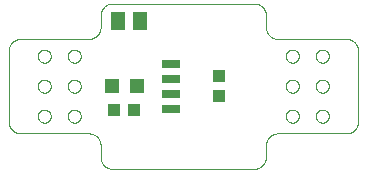
<source format=gtp>
G75*
%MOIN*%
%OFA0B0*%
%FSLAX25Y25*%
%IPPOS*%
%LPD*%
%AMOC8*
5,1,8,0,0,1.08239X$1,22.5*
%
%ADD10C,0.00000*%
%ADD11R,0.03937X0.04331*%
%ADD12R,0.05118X0.05906*%
%ADD13R,0.04724X0.04724*%
%ADD14R,0.04331X0.03937*%
%ADD15R,0.06299X0.02756*%
D10*
X0045791Y0032012D02*
X0045915Y0032010D01*
X0046038Y0032004D01*
X0046162Y0031995D01*
X0046284Y0031981D01*
X0046407Y0031964D01*
X0046529Y0031942D01*
X0046650Y0031917D01*
X0046770Y0031888D01*
X0046889Y0031856D01*
X0047008Y0031819D01*
X0047125Y0031779D01*
X0047240Y0031736D01*
X0047355Y0031688D01*
X0047467Y0031637D01*
X0047578Y0031583D01*
X0047688Y0031525D01*
X0047795Y0031464D01*
X0047901Y0031399D01*
X0048004Y0031331D01*
X0048105Y0031260D01*
X0048204Y0031186D01*
X0048301Y0031109D01*
X0048395Y0031028D01*
X0048486Y0030945D01*
X0048575Y0030859D01*
X0048661Y0030770D01*
X0048744Y0030679D01*
X0048825Y0030585D01*
X0048902Y0030488D01*
X0048976Y0030389D01*
X0049047Y0030288D01*
X0049115Y0030185D01*
X0049180Y0030079D01*
X0049241Y0029972D01*
X0049299Y0029862D01*
X0049353Y0029751D01*
X0049404Y0029639D01*
X0049452Y0029524D01*
X0049495Y0029409D01*
X0049535Y0029292D01*
X0049572Y0029173D01*
X0049604Y0029054D01*
X0049633Y0028934D01*
X0049658Y0028813D01*
X0049680Y0028691D01*
X0049697Y0028568D01*
X0049711Y0028446D01*
X0049720Y0028322D01*
X0049726Y0028199D01*
X0049728Y0028075D01*
X0049728Y0024138D01*
X0049730Y0024014D01*
X0049736Y0023891D01*
X0049745Y0023767D01*
X0049759Y0023645D01*
X0049776Y0023522D01*
X0049798Y0023400D01*
X0049823Y0023279D01*
X0049852Y0023159D01*
X0049884Y0023040D01*
X0049921Y0022921D01*
X0049961Y0022804D01*
X0050004Y0022689D01*
X0050052Y0022574D01*
X0050103Y0022462D01*
X0050157Y0022351D01*
X0050215Y0022241D01*
X0050276Y0022134D01*
X0050341Y0022028D01*
X0050409Y0021925D01*
X0050480Y0021824D01*
X0050554Y0021725D01*
X0050631Y0021628D01*
X0050712Y0021534D01*
X0050795Y0021443D01*
X0050881Y0021354D01*
X0050970Y0021268D01*
X0051061Y0021185D01*
X0051155Y0021104D01*
X0051252Y0021027D01*
X0051351Y0020953D01*
X0051452Y0020882D01*
X0051555Y0020814D01*
X0051661Y0020749D01*
X0051768Y0020688D01*
X0051878Y0020630D01*
X0051989Y0020576D01*
X0052101Y0020525D01*
X0052216Y0020477D01*
X0052331Y0020434D01*
X0052448Y0020394D01*
X0052567Y0020357D01*
X0052686Y0020325D01*
X0052806Y0020296D01*
X0052927Y0020271D01*
X0053049Y0020249D01*
X0053172Y0020232D01*
X0053294Y0020218D01*
X0053418Y0020209D01*
X0053541Y0020203D01*
X0053665Y0020201D01*
X0100909Y0020201D01*
X0101033Y0020203D01*
X0101156Y0020209D01*
X0101280Y0020218D01*
X0101402Y0020232D01*
X0101525Y0020249D01*
X0101647Y0020271D01*
X0101768Y0020296D01*
X0101888Y0020325D01*
X0102007Y0020357D01*
X0102126Y0020394D01*
X0102243Y0020434D01*
X0102358Y0020477D01*
X0102473Y0020525D01*
X0102585Y0020576D01*
X0102696Y0020630D01*
X0102806Y0020688D01*
X0102913Y0020749D01*
X0103019Y0020814D01*
X0103122Y0020882D01*
X0103223Y0020953D01*
X0103322Y0021027D01*
X0103419Y0021104D01*
X0103513Y0021185D01*
X0103604Y0021268D01*
X0103693Y0021354D01*
X0103779Y0021443D01*
X0103862Y0021534D01*
X0103943Y0021628D01*
X0104020Y0021725D01*
X0104094Y0021824D01*
X0104165Y0021925D01*
X0104233Y0022028D01*
X0104298Y0022134D01*
X0104359Y0022241D01*
X0104417Y0022351D01*
X0104471Y0022462D01*
X0104522Y0022574D01*
X0104570Y0022689D01*
X0104613Y0022804D01*
X0104653Y0022921D01*
X0104690Y0023040D01*
X0104722Y0023159D01*
X0104751Y0023279D01*
X0104776Y0023400D01*
X0104798Y0023522D01*
X0104815Y0023645D01*
X0104829Y0023767D01*
X0104838Y0023891D01*
X0104844Y0024014D01*
X0104846Y0024138D01*
X0104846Y0028075D01*
X0104848Y0028199D01*
X0104854Y0028322D01*
X0104863Y0028446D01*
X0104877Y0028568D01*
X0104894Y0028691D01*
X0104916Y0028813D01*
X0104941Y0028934D01*
X0104970Y0029054D01*
X0105002Y0029173D01*
X0105039Y0029292D01*
X0105079Y0029409D01*
X0105122Y0029524D01*
X0105170Y0029639D01*
X0105221Y0029751D01*
X0105275Y0029862D01*
X0105333Y0029972D01*
X0105394Y0030079D01*
X0105459Y0030185D01*
X0105527Y0030288D01*
X0105598Y0030389D01*
X0105672Y0030488D01*
X0105749Y0030585D01*
X0105830Y0030679D01*
X0105913Y0030770D01*
X0105999Y0030859D01*
X0106088Y0030945D01*
X0106179Y0031028D01*
X0106273Y0031109D01*
X0106370Y0031186D01*
X0106469Y0031260D01*
X0106570Y0031331D01*
X0106673Y0031399D01*
X0106779Y0031464D01*
X0106886Y0031525D01*
X0106996Y0031583D01*
X0107107Y0031637D01*
X0107219Y0031688D01*
X0107334Y0031736D01*
X0107449Y0031779D01*
X0107566Y0031819D01*
X0107685Y0031856D01*
X0107804Y0031888D01*
X0107924Y0031917D01*
X0108045Y0031942D01*
X0108167Y0031964D01*
X0108290Y0031981D01*
X0108412Y0031995D01*
X0108536Y0032004D01*
X0108659Y0032010D01*
X0108783Y0032012D01*
X0131618Y0032012D01*
X0131742Y0032014D01*
X0131865Y0032020D01*
X0131989Y0032029D01*
X0132111Y0032043D01*
X0132234Y0032060D01*
X0132356Y0032082D01*
X0132477Y0032107D01*
X0132597Y0032136D01*
X0132716Y0032168D01*
X0132835Y0032205D01*
X0132952Y0032245D01*
X0133067Y0032288D01*
X0133182Y0032336D01*
X0133294Y0032387D01*
X0133405Y0032441D01*
X0133515Y0032499D01*
X0133622Y0032560D01*
X0133728Y0032625D01*
X0133831Y0032693D01*
X0133932Y0032764D01*
X0134031Y0032838D01*
X0134128Y0032915D01*
X0134222Y0032996D01*
X0134313Y0033079D01*
X0134402Y0033165D01*
X0134488Y0033254D01*
X0134571Y0033345D01*
X0134652Y0033439D01*
X0134729Y0033536D01*
X0134803Y0033635D01*
X0134874Y0033736D01*
X0134942Y0033839D01*
X0135007Y0033945D01*
X0135068Y0034052D01*
X0135126Y0034162D01*
X0135180Y0034273D01*
X0135231Y0034385D01*
X0135279Y0034500D01*
X0135322Y0034615D01*
X0135362Y0034732D01*
X0135399Y0034851D01*
X0135431Y0034970D01*
X0135460Y0035090D01*
X0135485Y0035211D01*
X0135507Y0035333D01*
X0135524Y0035456D01*
X0135538Y0035578D01*
X0135547Y0035702D01*
X0135553Y0035825D01*
X0135555Y0035949D01*
X0135555Y0059571D01*
X0135553Y0059695D01*
X0135547Y0059818D01*
X0135538Y0059942D01*
X0135524Y0060064D01*
X0135507Y0060187D01*
X0135485Y0060309D01*
X0135460Y0060430D01*
X0135431Y0060550D01*
X0135399Y0060669D01*
X0135362Y0060788D01*
X0135322Y0060905D01*
X0135279Y0061020D01*
X0135231Y0061135D01*
X0135180Y0061247D01*
X0135126Y0061358D01*
X0135068Y0061468D01*
X0135007Y0061575D01*
X0134942Y0061681D01*
X0134874Y0061784D01*
X0134803Y0061885D01*
X0134729Y0061984D01*
X0134652Y0062081D01*
X0134571Y0062175D01*
X0134488Y0062266D01*
X0134402Y0062355D01*
X0134313Y0062441D01*
X0134222Y0062524D01*
X0134128Y0062605D01*
X0134031Y0062682D01*
X0133932Y0062756D01*
X0133831Y0062827D01*
X0133728Y0062895D01*
X0133622Y0062960D01*
X0133515Y0063021D01*
X0133405Y0063079D01*
X0133294Y0063133D01*
X0133182Y0063184D01*
X0133067Y0063232D01*
X0132952Y0063275D01*
X0132835Y0063315D01*
X0132716Y0063352D01*
X0132597Y0063384D01*
X0132477Y0063413D01*
X0132356Y0063438D01*
X0132234Y0063460D01*
X0132111Y0063477D01*
X0131989Y0063491D01*
X0131865Y0063500D01*
X0131742Y0063506D01*
X0131618Y0063508D01*
X0108783Y0063508D01*
X0108659Y0063510D01*
X0108536Y0063516D01*
X0108412Y0063525D01*
X0108290Y0063539D01*
X0108167Y0063556D01*
X0108045Y0063578D01*
X0107924Y0063603D01*
X0107804Y0063632D01*
X0107685Y0063664D01*
X0107566Y0063701D01*
X0107449Y0063741D01*
X0107334Y0063784D01*
X0107219Y0063832D01*
X0107107Y0063883D01*
X0106996Y0063937D01*
X0106886Y0063995D01*
X0106779Y0064056D01*
X0106673Y0064121D01*
X0106570Y0064189D01*
X0106469Y0064260D01*
X0106370Y0064334D01*
X0106273Y0064411D01*
X0106179Y0064492D01*
X0106088Y0064575D01*
X0105999Y0064661D01*
X0105913Y0064750D01*
X0105830Y0064841D01*
X0105749Y0064935D01*
X0105672Y0065032D01*
X0105598Y0065131D01*
X0105527Y0065232D01*
X0105459Y0065335D01*
X0105394Y0065441D01*
X0105333Y0065548D01*
X0105275Y0065658D01*
X0105221Y0065769D01*
X0105170Y0065881D01*
X0105122Y0065996D01*
X0105079Y0066111D01*
X0105039Y0066228D01*
X0105002Y0066347D01*
X0104970Y0066466D01*
X0104941Y0066586D01*
X0104916Y0066707D01*
X0104894Y0066829D01*
X0104877Y0066952D01*
X0104863Y0067074D01*
X0104854Y0067198D01*
X0104848Y0067321D01*
X0104846Y0067445D01*
X0104846Y0071382D01*
X0104844Y0071506D01*
X0104838Y0071629D01*
X0104829Y0071753D01*
X0104815Y0071875D01*
X0104798Y0071998D01*
X0104776Y0072120D01*
X0104751Y0072241D01*
X0104722Y0072361D01*
X0104690Y0072480D01*
X0104653Y0072599D01*
X0104613Y0072716D01*
X0104570Y0072831D01*
X0104522Y0072946D01*
X0104471Y0073058D01*
X0104417Y0073169D01*
X0104359Y0073279D01*
X0104298Y0073386D01*
X0104233Y0073492D01*
X0104165Y0073595D01*
X0104094Y0073696D01*
X0104020Y0073795D01*
X0103943Y0073892D01*
X0103862Y0073986D01*
X0103779Y0074077D01*
X0103693Y0074166D01*
X0103604Y0074252D01*
X0103513Y0074335D01*
X0103419Y0074416D01*
X0103322Y0074493D01*
X0103223Y0074567D01*
X0103122Y0074638D01*
X0103019Y0074706D01*
X0102913Y0074771D01*
X0102806Y0074832D01*
X0102696Y0074890D01*
X0102585Y0074944D01*
X0102473Y0074995D01*
X0102358Y0075043D01*
X0102243Y0075086D01*
X0102126Y0075126D01*
X0102007Y0075163D01*
X0101888Y0075195D01*
X0101768Y0075224D01*
X0101647Y0075249D01*
X0101525Y0075271D01*
X0101402Y0075288D01*
X0101280Y0075302D01*
X0101156Y0075311D01*
X0101033Y0075317D01*
X0100909Y0075319D01*
X0053665Y0075319D01*
X0053541Y0075317D01*
X0053418Y0075311D01*
X0053294Y0075302D01*
X0053172Y0075288D01*
X0053049Y0075271D01*
X0052927Y0075249D01*
X0052806Y0075224D01*
X0052686Y0075195D01*
X0052567Y0075163D01*
X0052448Y0075126D01*
X0052331Y0075086D01*
X0052216Y0075043D01*
X0052101Y0074995D01*
X0051989Y0074944D01*
X0051878Y0074890D01*
X0051768Y0074832D01*
X0051661Y0074771D01*
X0051555Y0074706D01*
X0051452Y0074638D01*
X0051351Y0074567D01*
X0051252Y0074493D01*
X0051155Y0074416D01*
X0051061Y0074335D01*
X0050970Y0074252D01*
X0050881Y0074166D01*
X0050795Y0074077D01*
X0050712Y0073986D01*
X0050631Y0073892D01*
X0050554Y0073795D01*
X0050480Y0073696D01*
X0050409Y0073595D01*
X0050341Y0073492D01*
X0050276Y0073386D01*
X0050215Y0073279D01*
X0050157Y0073169D01*
X0050103Y0073058D01*
X0050052Y0072946D01*
X0050004Y0072831D01*
X0049961Y0072716D01*
X0049921Y0072599D01*
X0049884Y0072480D01*
X0049852Y0072361D01*
X0049823Y0072241D01*
X0049798Y0072120D01*
X0049776Y0071998D01*
X0049759Y0071875D01*
X0049745Y0071753D01*
X0049736Y0071629D01*
X0049730Y0071506D01*
X0049728Y0071382D01*
X0049728Y0067445D01*
X0049726Y0067321D01*
X0049720Y0067198D01*
X0049711Y0067074D01*
X0049697Y0066952D01*
X0049680Y0066829D01*
X0049658Y0066707D01*
X0049633Y0066586D01*
X0049604Y0066466D01*
X0049572Y0066347D01*
X0049535Y0066228D01*
X0049495Y0066111D01*
X0049452Y0065996D01*
X0049404Y0065881D01*
X0049353Y0065769D01*
X0049299Y0065658D01*
X0049241Y0065548D01*
X0049180Y0065441D01*
X0049115Y0065335D01*
X0049047Y0065232D01*
X0048976Y0065131D01*
X0048902Y0065032D01*
X0048825Y0064935D01*
X0048744Y0064841D01*
X0048661Y0064750D01*
X0048575Y0064661D01*
X0048486Y0064575D01*
X0048395Y0064492D01*
X0048301Y0064411D01*
X0048204Y0064334D01*
X0048105Y0064260D01*
X0048004Y0064189D01*
X0047901Y0064121D01*
X0047795Y0064056D01*
X0047688Y0063995D01*
X0047578Y0063937D01*
X0047467Y0063883D01*
X0047355Y0063832D01*
X0047240Y0063784D01*
X0047125Y0063741D01*
X0047008Y0063701D01*
X0046889Y0063664D01*
X0046770Y0063632D01*
X0046650Y0063603D01*
X0046529Y0063578D01*
X0046407Y0063556D01*
X0046284Y0063539D01*
X0046162Y0063525D01*
X0046038Y0063516D01*
X0045915Y0063510D01*
X0045791Y0063508D01*
X0023055Y0063508D01*
X0022931Y0063506D01*
X0022808Y0063500D01*
X0022684Y0063491D01*
X0022562Y0063477D01*
X0022439Y0063460D01*
X0022317Y0063438D01*
X0022196Y0063413D01*
X0022076Y0063384D01*
X0021957Y0063352D01*
X0021838Y0063315D01*
X0021721Y0063275D01*
X0021606Y0063232D01*
X0021491Y0063184D01*
X0021379Y0063133D01*
X0021268Y0063079D01*
X0021158Y0063021D01*
X0021051Y0062960D01*
X0020945Y0062895D01*
X0020842Y0062827D01*
X0020741Y0062756D01*
X0020642Y0062682D01*
X0020545Y0062605D01*
X0020451Y0062524D01*
X0020360Y0062441D01*
X0020271Y0062355D01*
X0020185Y0062266D01*
X0020102Y0062175D01*
X0020021Y0062081D01*
X0019944Y0061984D01*
X0019870Y0061885D01*
X0019799Y0061784D01*
X0019731Y0061681D01*
X0019666Y0061575D01*
X0019605Y0061468D01*
X0019547Y0061358D01*
X0019493Y0061247D01*
X0019442Y0061135D01*
X0019394Y0061020D01*
X0019351Y0060905D01*
X0019311Y0060788D01*
X0019274Y0060669D01*
X0019242Y0060550D01*
X0019213Y0060430D01*
X0019188Y0060309D01*
X0019166Y0060187D01*
X0019149Y0060064D01*
X0019135Y0059942D01*
X0019126Y0059818D01*
X0019120Y0059695D01*
X0019118Y0059571D01*
X0019118Y0035949D01*
X0019120Y0035825D01*
X0019126Y0035702D01*
X0019135Y0035578D01*
X0019149Y0035456D01*
X0019166Y0035333D01*
X0019188Y0035211D01*
X0019213Y0035090D01*
X0019242Y0034970D01*
X0019274Y0034851D01*
X0019311Y0034732D01*
X0019351Y0034615D01*
X0019394Y0034500D01*
X0019442Y0034385D01*
X0019493Y0034273D01*
X0019547Y0034162D01*
X0019605Y0034052D01*
X0019666Y0033945D01*
X0019731Y0033839D01*
X0019799Y0033736D01*
X0019870Y0033635D01*
X0019944Y0033536D01*
X0020021Y0033439D01*
X0020102Y0033345D01*
X0020185Y0033254D01*
X0020271Y0033165D01*
X0020360Y0033079D01*
X0020451Y0032996D01*
X0020545Y0032915D01*
X0020642Y0032838D01*
X0020741Y0032764D01*
X0020842Y0032693D01*
X0020945Y0032625D01*
X0021051Y0032560D01*
X0021158Y0032499D01*
X0021268Y0032441D01*
X0021379Y0032387D01*
X0021491Y0032336D01*
X0021606Y0032288D01*
X0021721Y0032245D01*
X0021838Y0032205D01*
X0021957Y0032168D01*
X0022076Y0032136D01*
X0022196Y0032107D01*
X0022317Y0032082D01*
X0022439Y0032060D01*
X0022562Y0032043D01*
X0022684Y0032029D01*
X0022808Y0032020D01*
X0022931Y0032014D01*
X0023055Y0032012D01*
X0045791Y0032012D01*
X0038784Y0037760D02*
X0038786Y0037853D01*
X0038792Y0037945D01*
X0038802Y0038037D01*
X0038816Y0038128D01*
X0038833Y0038219D01*
X0038855Y0038309D01*
X0038880Y0038398D01*
X0038909Y0038486D01*
X0038942Y0038572D01*
X0038979Y0038657D01*
X0039019Y0038741D01*
X0039063Y0038822D01*
X0039110Y0038902D01*
X0039160Y0038980D01*
X0039214Y0039055D01*
X0039271Y0039128D01*
X0039331Y0039198D01*
X0039394Y0039266D01*
X0039460Y0039331D01*
X0039528Y0039393D01*
X0039599Y0039453D01*
X0039673Y0039509D01*
X0039749Y0039562D01*
X0039827Y0039611D01*
X0039907Y0039658D01*
X0039989Y0039700D01*
X0040073Y0039740D01*
X0040158Y0039775D01*
X0040245Y0039807D01*
X0040333Y0039836D01*
X0040422Y0039860D01*
X0040512Y0039881D01*
X0040603Y0039897D01*
X0040695Y0039910D01*
X0040787Y0039919D01*
X0040880Y0039924D01*
X0040972Y0039925D01*
X0041065Y0039922D01*
X0041157Y0039915D01*
X0041249Y0039904D01*
X0041340Y0039889D01*
X0041431Y0039871D01*
X0041521Y0039848D01*
X0041609Y0039822D01*
X0041697Y0039792D01*
X0041783Y0039758D01*
X0041867Y0039721D01*
X0041950Y0039679D01*
X0042031Y0039635D01*
X0042111Y0039587D01*
X0042188Y0039536D01*
X0042262Y0039481D01*
X0042335Y0039423D01*
X0042405Y0039363D01*
X0042472Y0039299D01*
X0042536Y0039233D01*
X0042598Y0039163D01*
X0042656Y0039092D01*
X0042711Y0039018D01*
X0042763Y0038941D01*
X0042812Y0038862D01*
X0042858Y0038782D01*
X0042900Y0038699D01*
X0042938Y0038615D01*
X0042973Y0038529D01*
X0043004Y0038442D01*
X0043031Y0038354D01*
X0043054Y0038264D01*
X0043074Y0038174D01*
X0043090Y0038083D01*
X0043102Y0037991D01*
X0043110Y0037899D01*
X0043114Y0037806D01*
X0043114Y0037714D01*
X0043110Y0037621D01*
X0043102Y0037529D01*
X0043090Y0037437D01*
X0043074Y0037346D01*
X0043054Y0037256D01*
X0043031Y0037166D01*
X0043004Y0037078D01*
X0042973Y0036991D01*
X0042938Y0036905D01*
X0042900Y0036821D01*
X0042858Y0036738D01*
X0042812Y0036658D01*
X0042763Y0036579D01*
X0042711Y0036502D01*
X0042656Y0036428D01*
X0042598Y0036357D01*
X0042536Y0036287D01*
X0042472Y0036221D01*
X0042405Y0036157D01*
X0042335Y0036097D01*
X0042262Y0036039D01*
X0042188Y0035984D01*
X0042111Y0035933D01*
X0042032Y0035885D01*
X0041950Y0035841D01*
X0041867Y0035799D01*
X0041783Y0035762D01*
X0041697Y0035728D01*
X0041609Y0035698D01*
X0041521Y0035672D01*
X0041431Y0035649D01*
X0041340Y0035631D01*
X0041249Y0035616D01*
X0041157Y0035605D01*
X0041065Y0035598D01*
X0040972Y0035595D01*
X0040880Y0035596D01*
X0040787Y0035601D01*
X0040695Y0035610D01*
X0040603Y0035623D01*
X0040512Y0035639D01*
X0040422Y0035660D01*
X0040333Y0035684D01*
X0040245Y0035713D01*
X0040158Y0035745D01*
X0040073Y0035780D01*
X0039989Y0035820D01*
X0039907Y0035862D01*
X0039827Y0035909D01*
X0039749Y0035958D01*
X0039673Y0036011D01*
X0039599Y0036067D01*
X0039528Y0036127D01*
X0039460Y0036189D01*
X0039394Y0036254D01*
X0039331Y0036322D01*
X0039271Y0036392D01*
X0039214Y0036465D01*
X0039160Y0036540D01*
X0039110Y0036618D01*
X0039063Y0036698D01*
X0039019Y0036779D01*
X0038979Y0036863D01*
X0038942Y0036948D01*
X0038909Y0037034D01*
X0038880Y0037122D01*
X0038855Y0037211D01*
X0038833Y0037301D01*
X0038816Y0037392D01*
X0038802Y0037483D01*
X0038792Y0037575D01*
X0038786Y0037667D01*
X0038784Y0037760D01*
X0028784Y0037760D02*
X0028786Y0037853D01*
X0028792Y0037945D01*
X0028802Y0038037D01*
X0028816Y0038128D01*
X0028833Y0038219D01*
X0028855Y0038309D01*
X0028880Y0038398D01*
X0028909Y0038486D01*
X0028942Y0038572D01*
X0028979Y0038657D01*
X0029019Y0038741D01*
X0029063Y0038822D01*
X0029110Y0038902D01*
X0029160Y0038980D01*
X0029214Y0039055D01*
X0029271Y0039128D01*
X0029331Y0039198D01*
X0029394Y0039266D01*
X0029460Y0039331D01*
X0029528Y0039393D01*
X0029599Y0039453D01*
X0029673Y0039509D01*
X0029749Y0039562D01*
X0029827Y0039611D01*
X0029907Y0039658D01*
X0029989Y0039700D01*
X0030073Y0039740D01*
X0030158Y0039775D01*
X0030245Y0039807D01*
X0030333Y0039836D01*
X0030422Y0039860D01*
X0030512Y0039881D01*
X0030603Y0039897D01*
X0030695Y0039910D01*
X0030787Y0039919D01*
X0030880Y0039924D01*
X0030972Y0039925D01*
X0031065Y0039922D01*
X0031157Y0039915D01*
X0031249Y0039904D01*
X0031340Y0039889D01*
X0031431Y0039871D01*
X0031521Y0039848D01*
X0031609Y0039822D01*
X0031697Y0039792D01*
X0031783Y0039758D01*
X0031867Y0039721D01*
X0031950Y0039679D01*
X0032031Y0039635D01*
X0032111Y0039587D01*
X0032188Y0039536D01*
X0032262Y0039481D01*
X0032335Y0039423D01*
X0032405Y0039363D01*
X0032472Y0039299D01*
X0032536Y0039233D01*
X0032598Y0039163D01*
X0032656Y0039092D01*
X0032711Y0039018D01*
X0032763Y0038941D01*
X0032812Y0038862D01*
X0032858Y0038782D01*
X0032900Y0038699D01*
X0032938Y0038615D01*
X0032973Y0038529D01*
X0033004Y0038442D01*
X0033031Y0038354D01*
X0033054Y0038264D01*
X0033074Y0038174D01*
X0033090Y0038083D01*
X0033102Y0037991D01*
X0033110Y0037899D01*
X0033114Y0037806D01*
X0033114Y0037714D01*
X0033110Y0037621D01*
X0033102Y0037529D01*
X0033090Y0037437D01*
X0033074Y0037346D01*
X0033054Y0037256D01*
X0033031Y0037166D01*
X0033004Y0037078D01*
X0032973Y0036991D01*
X0032938Y0036905D01*
X0032900Y0036821D01*
X0032858Y0036738D01*
X0032812Y0036658D01*
X0032763Y0036579D01*
X0032711Y0036502D01*
X0032656Y0036428D01*
X0032598Y0036357D01*
X0032536Y0036287D01*
X0032472Y0036221D01*
X0032405Y0036157D01*
X0032335Y0036097D01*
X0032262Y0036039D01*
X0032188Y0035984D01*
X0032111Y0035933D01*
X0032032Y0035885D01*
X0031950Y0035841D01*
X0031867Y0035799D01*
X0031783Y0035762D01*
X0031697Y0035728D01*
X0031609Y0035698D01*
X0031521Y0035672D01*
X0031431Y0035649D01*
X0031340Y0035631D01*
X0031249Y0035616D01*
X0031157Y0035605D01*
X0031065Y0035598D01*
X0030972Y0035595D01*
X0030880Y0035596D01*
X0030787Y0035601D01*
X0030695Y0035610D01*
X0030603Y0035623D01*
X0030512Y0035639D01*
X0030422Y0035660D01*
X0030333Y0035684D01*
X0030245Y0035713D01*
X0030158Y0035745D01*
X0030073Y0035780D01*
X0029989Y0035820D01*
X0029907Y0035862D01*
X0029827Y0035909D01*
X0029749Y0035958D01*
X0029673Y0036011D01*
X0029599Y0036067D01*
X0029528Y0036127D01*
X0029460Y0036189D01*
X0029394Y0036254D01*
X0029331Y0036322D01*
X0029271Y0036392D01*
X0029214Y0036465D01*
X0029160Y0036540D01*
X0029110Y0036618D01*
X0029063Y0036698D01*
X0029019Y0036779D01*
X0028979Y0036863D01*
X0028942Y0036948D01*
X0028909Y0037034D01*
X0028880Y0037122D01*
X0028855Y0037211D01*
X0028833Y0037301D01*
X0028816Y0037392D01*
X0028802Y0037483D01*
X0028792Y0037575D01*
X0028786Y0037667D01*
X0028784Y0037760D01*
X0028784Y0047760D02*
X0028786Y0047853D01*
X0028792Y0047945D01*
X0028802Y0048037D01*
X0028816Y0048128D01*
X0028833Y0048219D01*
X0028855Y0048309D01*
X0028880Y0048398D01*
X0028909Y0048486D01*
X0028942Y0048572D01*
X0028979Y0048657D01*
X0029019Y0048741D01*
X0029063Y0048822D01*
X0029110Y0048902D01*
X0029160Y0048980D01*
X0029214Y0049055D01*
X0029271Y0049128D01*
X0029331Y0049198D01*
X0029394Y0049266D01*
X0029460Y0049331D01*
X0029528Y0049393D01*
X0029599Y0049453D01*
X0029673Y0049509D01*
X0029749Y0049562D01*
X0029827Y0049611D01*
X0029907Y0049658D01*
X0029989Y0049700D01*
X0030073Y0049740D01*
X0030158Y0049775D01*
X0030245Y0049807D01*
X0030333Y0049836D01*
X0030422Y0049860D01*
X0030512Y0049881D01*
X0030603Y0049897D01*
X0030695Y0049910D01*
X0030787Y0049919D01*
X0030880Y0049924D01*
X0030972Y0049925D01*
X0031065Y0049922D01*
X0031157Y0049915D01*
X0031249Y0049904D01*
X0031340Y0049889D01*
X0031431Y0049871D01*
X0031521Y0049848D01*
X0031609Y0049822D01*
X0031697Y0049792D01*
X0031783Y0049758D01*
X0031867Y0049721D01*
X0031950Y0049679D01*
X0032031Y0049635D01*
X0032111Y0049587D01*
X0032188Y0049536D01*
X0032262Y0049481D01*
X0032335Y0049423D01*
X0032405Y0049363D01*
X0032472Y0049299D01*
X0032536Y0049233D01*
X0032598Y0049163D01*
X0032656Y0049092D01*
X0032711Y0049018D01*
X0032763Y0048941D01*
X0032812Y0048862D01*
X0032858Y0048782D01*
X0032900Y0048699D01*
X0032938Y0048615D01*
X0032973Y0048529D01*
X0033004Y0048442D01*
X0033031Y0048354D01*
X0033054Y0048264D01*
X0033074Y0048174D01*
X0033090Y0048083D01*
X0033102Y0047991D01*
X0033110Y0047899D01*
X0033114Y0047806D01*
X0033114Y0047714D01*
X0033110Y0047621D01*
X0033102Y0047529D01*
X0033090Y0047437D01*
X0033074Y0047346D01*
X0033054Y0047256D01*
X0033031Y0047166D01*
X0033004Y0047078D01*
X0032973Y0046991D01*
X0032938Y0046905D01*
X0032900Y0046821D01*
X0032858Y0046738D01*
X0032812Y0046658D01*
X0032763Y0046579D01*
X0032711Y0046502D01*
X0032656Y0046428D01*
X0032598Y0046357D01*
X0032536Y0046287D01*
X0032472Y0046221D01*
X0032405Y0046157D01*
X0032335Y0046097D01*
X0032262Y0046039D01*
X0032188Y0045984D01*
X0032111Y0045933D01*
X0032032Y0045885D01*
X0031950Y0045841D01*
X0031867Y0045799D01*
X0031783Y0045762D01*
X0031697Y0045728D01*
X0031609Y0045698D01*
X0031521Y0045672D01*
X0031431Y0045649D01*
X0031340Y0045631D01*
X0031249Y0045616D01*
X0031157Y0045605D01*
X0031065Y0045598D01*
X0030972Y0045595D01*
X0030880Y0045596D01*
X0030787Y0045601D01*
X0030695Y0045610D01*
X0030603Y0045623D01*
X0030512Y0045639D01*
X0030422Y0045660D01*
X0030333Y0045684D01*
X0030245Y0045713D01*
X0030158Y0045745D01*
X0030073Y0045780D01*
X0029989Y0045820D01*
X0029907Y0045862D01*
X0029827Y0045909D01*
X0029749Y0045958D01*
X0029673Y0046011D01*
X0029599Y0046067D01*
X0029528Y0046127D01*
X0029460Y0046189D01*
X0029394Y0046254D01*
X0029331Y0046322D01*
X0029271Y0046392D01*
X0029214Y0046465D01*
X0029160Y0046540D01*
X0029110Y0046618D01*
X0029063Y0046698D01*
X0029019Y0046779D01*
X0028979Y0046863D01*
X0028942Y0046948D01*
X0028909Y0047034D01*
X0028880Y0047122D01*
X0028855Y0047211D01*
X0028833Y0047301D01*
X0028816Y0047392D01*
X0028802Y0047483D01*
X0028792Y0047575D01*
X0028786Y0047667D01*
X0028784Y0047760D01*
X0038784Y0047760D02*
X0038786Y0047853D01*
X0038792Y0047945D01*
X0038802Y0048037D01*
X0038816Y0048128D01*
X0038833Y0048219D01*
X0038855Y0048309D01*
X0038880Y0048398D01*
X0038909Y0048486D01*
X0038942Y0048572D01*
X0038979Y0048657D01*
X0039019Y0048741D01*
X0039063Y0048822D01*
X0039110Y0048902D01*
X0039160Y0048980D01*
X0039214Y0049055D01*
X0039271Y0049128D01*
X0039331Y0049198D01*
X0039394Y0049266D01*
X0039460Y0049331D01*
X0039528Y0049393D01*
X0039599Y0049453D01*
X0039673Y0049509D01*
X0039749Y0049562D01*
X0039827Y0049611D01*
X0039907Y0049658D01*
X0039989Y0049700D01*
X0040073Y0049740D01*
X0040158Y0049775D01*
X0040245Y0049807D01*
X0040333Y0049836D01*
X0040422Y0049860D01*
X0040512Y0049881D01*
X0040603Y0049897D01*
X0040695Y0049910D01*
X0040787Y0049919D01*
X0040880Y0049924D01*
X0040972Y0049925D01*
X0041065Y0049922D01*
X0041157Y0049915D01*
X0041249Y0049904D01*
X0041340Y0049889D01*
X0041431Y0049871D01*
X0041521Y0049848D01*
X0041609Y0049822D01*
X0041697Y0049792D01*
X0041783Y0049758D01*
X0041867Y0049721D01*
X0041950Y0049679D01*
X0042031Y0049635D01*
X0042111Y0049587D01*
X0042188Y0049536D01*
X0042262Y0049481D01*
X0042335Y0049423D01*
X0042405Y0049363D01*
X0042472Y0049299D01*
X0042536Y0049233D01*
X0042598Y0049163D01*
X0042656Y0049092D01*
X0042711Y0049018D01*
X0042763Y0048941D01*
X0042812Y0048862D01*
X0042858Y0048782D01*
X0042900Y0048699D01*
X0042938Y0048615D01*
X0042973Y0048529D01*
X0043004Y0048442D01*
X0043031Y0048354D01*
X0043054Y0048264D01*
X0043074Y0048174D01*
X0043090Y0048083D01*
X0043102Y0047991D01*
X0043110Y0047899D01*
X0043114Y0047806D01*
X0043114Y0047714D01*
X0043110Y0047621D01*
X0043102Y0047529D01*
X0043090Y0047437D01*
X0043074Y0047346D01*
X0043054Y0047256D01*
X0043031Y0047166D01*
X0043004Y0047078D01*
X0042973Y0046991D01*
X0042938Y0046905D01*
X0042900Y0046821D01*
X0042858Y0046738D01*
X0042812Y0046658D01*
X0042763Y0046579D01*
X0042711Y0046502D01*
X0042656Y0046428D01*
X0042598Y0046357D01*
X0042536Y0046287D01*
X0042472Y0046221D01*
X0042405Y0046157D01*
X0042335Y0046097D01*
X0042262Y0046039D01*
X0042188Y0045984D01*
X0042111Y0045933D01*
X0042032Y0045885D01*
X0041950Y0045841D01*
X0041867Y0045799D01*
X0041783Y0045762D01*
X0041697Y0045728D01*
X0041609Y0045698D01*
X0041521Y0045672D01*
X0041431Y0045649D01*
X0041340Y0045631D01*
X0041249Y0045616D01*
X0041157Y0045605D01*
X0041065Y0045598D01*
X0040972Y0045595D01*
X0040880Y0045596D01*
X0040787Y0045601D01*
X0040695Y0045610D01*
X0040603Y0045623D01*
X0040512Y0045639D01*
X0040422Y0045660D01*
X0040333Y0045684D01*
X0040245Y0045713D01*
X0040158Y0045745D01*
X0040073Y0045780D01*
X0039989Y0045820D01*
X0039907Y0045862D01*
X0039827Y0045909D01*
X0039749Y0045958D01*
X0039673Y0046011D01*
X0039599Y0046067D01*
X0039528Y0046127D01*
X0039460Y0046189D01*
X0039394Y0046254D01*
X0039331Y0046322D01*
X0039271Y0046392D01*
X0039214Y0046465D01*
X0039160Y0046540D01*
X0039110Y0046618D01*
X0039063Y0046698D01*
X0039019Y0046779D01*
X0038979Y0046863D01*
X0038942Y0046948D01*
X0038909Y0047034D01*
X0038880Y0047122D01*
X0038855Y0047211D01*
X0038833Y0047301D01*
X0038816Y0047392D01*
X0038802Y0047483D01*
X0038792Y0047575D01*
X0038786Y0047667D01*
X0038784Y0047760D01*
X0038784Y0057760D02*
X0038786Y0057853D01*
X0038792Y0057945D01*
X0038802Y0058037D01*
X0038816Y0058128D01*
X0038833Y0058219D01*
X0038855Y0058309D01*
X0038880Y0058398D01*
X0038909Y0058486D01*
X0038942Y0058572D01*
X0038979Y0058657D01*
X0039019Y0058741D01*
X0039063Y0058822D01*
X0039110Y0058902D01*
X0039160Y0058980D01*
X0039214Y0059055D01*
X0039271Y0059128D01*
X0039331Y0059198D01*
X0039394Y0059266D01*
X0039460Y0059331D01*
X0039528Y0059393D01*
X0039599Y0059453D01*
X0039673Y0059509D01*
X0039749Y0059562D01*
X0039827Y0059611D01*
X0039907Y0059658D01*
X0039989Y0059700D01*
X0040073Y0059740D01*
X0040158Y0059775D01*
X0040245Y0059807D01*
X0040333Y0059836D01*
X0040422Y0059860D01*
X0040512Y0059881D01*
X0040603Y0059897D01*
X0040695Y0059910D01*
X0040787Y0059919D01*
X0040880Y0059924D01*
X0040972Y0059925D01*
X0041065Y0059922D01*
X0041157Y0059915D01*
X0041249Y0059904D01*
X0041340Y0059889D01*
X0041431Y0059871D01*
X0041521Y0059848D01*
X0041609Y0059822D01*
X0041697Y0059792D01*
X0041783Y0059758D01*
X0041867Y0059721D01*
X0041950Y0059679D01*
X0042031Y0059635D01*
X0042111Y0059587D01*
X0042188Y0059536D01*
X0042262Y0059481D01*
X0042335Y0059423D01*
X0042405Y0059363D01*
X0042472Y0059299D01*
X0042536Y0059233D01*
X0042598Y0059163D01*
X0042656Y0059092D01*
X0042711Y0059018D01*
X0042763Y0058941D01*
X0042812Y0058862D01*
X0042858Y0058782D01*
X0042900Y0058699D01*
X0042938Y0058615D01*
X0042973Y0058529D01*
X0043004Y0058442D01*
X0043031Y0058354D01*
X0043054Y0058264D01*
X0043074Y0058174D01*
X0043090Y0058083D01*
X0043102Y0057991D01*
X0043110Y0057899D01*
X0043114Y0057806D01*
X0043114Y0057714D01*
X0043110Y0057621D01*
X0043102Y0057529D01*
X0043090Y0057437D01*
X0043074Y0057346D01*
X0043054Y0057256D01*
X0043031Y0057166D01*
X0043004Y0057078D01*
X0042973Y0056991D01*
X0042938Y0056905D01*
X0042900Y0056821D01*
X0042858Y0056738D01*
X0042812Y0056658D01*
X0042763Y0056579D01*
X0042711Y0056502D01*
X0042656Y0056428D01*
X0042598Y0056357D01*
X0042536Y0056287D01*
X0042472Y0056221D01*
X0042405Y0056157D01*
X0042335Y0056097D01*
X0042262Y0056039D01*
X0042188Y0055984D01*
X0042111Y0055933D01*
X0042032Y0055885D01*
X0041950Y0055841D01*
X0041867Y0055799D01*
X0041783Y0055762D01*
X0041697Y0055728D01*
X0041609Y0055698D01*
X0041521Y0055672D01*
X0041431Y0055649D01*
X0041340Y0055631D01*
X0041249Y0055616D01*
X0041157Y0055605D01*
X0041065Y0055598D01*
X0040972Y0055595D01*
X0040880Y0055596D01*
X0040787Y0055601D01*
X0040695Y0055610D01*
X0040603Y0055623D01*
X0040512Y0055639D01*
X0040422Y0055660D01*
X0040333Y0055684D01*
X0040245Y0055713D01*
X0040158Y0055745D01*
X0040073Y0055780D01*
X0039989Y0055820D01*
X0039907Y0055862D01*
X0039827Y0055909D01*
X0039749Y0055958D01*
X0039673Y0056011D01*
X0039599Y0056067D01*
X0039528Y0056127D01*
X0039460Y0056189D01*
X0039394Y0056254D01*
X0039331Y0056322D01*
X0039271Y0056392D01*
X0039214Y0056465D01*
X0039160Y0056540D01*
X0039110Y0056618D01*
X0039063Y0056698D01*
X0039019Y0056779D01*
X0038979Y0056863D01*
X0038942Y0056948D01*
X0038909Y0057034D01*
X0038880Y0057122D01*
X0038855Y0057211D01*
X0038833Y0057301D01*
X0038816Y0057392D01*
X0038802Y0057483D01*
X0038792Y0057575D01*
X0038786Y0057667D01*
X0038784Y0057760D01*
X0028784Y0057760D02*
X0028786Y0057853D01*
X0028792Y0057945D01*
X0028802Y0058037D01*
X0028816Y0058128D01*
X0028833Y0058219D01*
X0028855Y0058309D01*
X0028880Y0058398D01*
X0028909Y0058486D01*
X0028942Y0058572D01*
X0028979Y0058657D01*
X0029019Y0058741D01*
X0029063Y0058822D01*
X0029110Y0058902D01*
X0029160Y0058980D01*
X0029214Y0059055D01*
X0029271Y0059128D01*
X0029331Y0059198D01*
X0029394Y0059266D01*
X0029460Y0059331D01*
X0029528Y0059393D01*
X0029599Y0059453D01*
X0029673Y0059509D01*
X0029749Y0059562D01*
X0029827Y0059611D01*
X0029907Y0059658D01*
X0029989Y0059700D01*
X0030073Y0059740D01*
X0030158Y0059775D01*
X0030245Y0059807D01*
X0030333Y0059836D01*
X0030422Y0059860D01*
X0030512Y0059881D01*
X0030603Y0059897D01*
X0030695Y0059910D01*
X0030787Y0059919D01*
X0030880Y0059924D01*
X0030972Y0059925D01*
X0031065Y0059922D01*
X0031157Y0059915D01*
X0031249Y0059904D01*
X0031340Y0059889D01*
X0031431Y0059871D01*
X0031521Y0059848D01*
X0031609Y0059822D01*
X0031697Y0059792D01*
X0031783Y0059758D01*
X0031867Y0059721D01*
X0031950Y0059679D01*
X0032031Y0059635D01*
X0032111Y0059587D01*
X0032188Y0059536D01*
X0032262Y0059481D01*
X0032335Y0059423D01*
X0032405Y0059363D01*
X0032472Y0059299D01*
X0032536Y0059233D01*
X0032598Y0059163D01*
X0032656Y0059092D01*
X0032711Y0059018D01*
X0032763Y0058941D01*
X0032812Y0058862D01*
X0032858Y0058782D01*
X0032900Y0058699D01*
X0032938Y0058615D01*
X0032973Y0058529D01*
X0033004Y0058442D01*
X0033031Y0058354D01*
X0033054Y0058264D01*
X0033074Y0058174D01*
X0033090Y0058083D01*
X0033102Y0057991D01*
X0033110Y0057899D01*
X0033114Y0057806D01*
X0033114Y0057714D01*
X0033110Y0057621D01*
X0033102Y0057529D01*
X0033090Y0057437D01*
X0033074Y0057346D01*
X0033054Y0057256D01*
X0033031Y0057166D01*
X0033004Y0057078D01*
X0032973Y0056991D01*
X0032938Y0056905D01*
X0032900Y0056821D01*
X0032858Y0056738D01*
X0032812Y0056658D01*
X0032763Y0056579D01*
X0032711Y0056502D01*
X0032656Y0056428D01*
X0032598Y0056357D01*
X0032536Y0056287D01*
X0032472Y0056221D01*
X0032405Y0056157D01*
X0032335Y0056097D01*
X0032262Y0056039D01*
X0032188Y0055984D01*
X0032111Y0055933D01*
X0032032Y0055885D01*
X0031950Y0055841D01*
X0031867Y0055799D01*
X0031783Y0055762D01*
X0031697Y0055728D01*
X0031609Y0055698D01*
X0031521Y0055672D01*
X0031431Y0055649D01*
X0031340Y0055631D01*
X0031249Y0055616D01*
X0031157Y0055605D01*
X0031065Y0055598D01*
X0030972Y0055595D01*
X0030880Y0055596D01*
X0030787Y0055601D01*
X0030695Y0055610D01*
X0030603Y0055623D01*
X0030512Y0055639D01*
X0030422Y0055660D01*
X0030333Y0055684D01*
X0030245Y0055713D01*
X0030158Y0055745D01*
X0030073Y0055780D01*
X0029989Y0055820D01*
X0029907Y0055862D01*
X0029827Y0055909D01*
X0029749Y0055958D01*
X0029673Y0056011D01*
X0029599Y0056067D01*
X0029528Y0056127D01*
X0029460Y0056189D01*
X0029394Y0056254D01*
X0029331Y0056322D01*
X0029271Y0056392D01*
X0029214Y0056465D01*
X0029160Y0056540D01*
X0029110Y0056618D01*
X0029063Y0056698D01*
X0029019Y0056779D01*
X0028979Y0056863D01*
X0028942Y0056948D01*
X0028909Y0057034D01*
X0028880Y0057122D01*
X0028855Y0057211D01*
X0028833Y0057301D01*
X0028816Y0057392D01*
X0028802Y0057483D01*
X0028792Y0057575D01*
X0028786Y0057667D01*
X0028784Y0057760D01*
X0111461Y0057760D02*
X0111463Y0057853D01*
X0111469Y0057945D01*
X0111479Y0058037D01*
X0111493Y0058128D01*
X0111510Y0058219D01*
X0111532Y0058309D01*
X0111557Y0058398D01*
X0111586Y0058486D01*
X0111619Y0058572D01*
X0111656Y0058657D01*
X0111696Y0058741D01*
X0111740Y0058822D01*
X0111787Y0058902D01*
X0111837Y0058980D01*
X0111891Y0059055D01*
X0111948Y0059128D01*
X0112008Y0059198D01*
X0112071Y0059266D01*
X0112137Y0059331D01*
X0112205Y0059393D01*
X0112276Y0059453D01*
X0112350Y0059509D01*
X0112426Y0059562D01*
X0112504Y0059611D01*
X0112584Y0059658D01*
X0112666Y0059700D01*
X0112750Y0059740D01*
X0112835Y0059775D01*
X0112922Y0059807D01*
X0113010Y0059836D01*
X0113099Y0059860D01*
X0113189Y0059881D01*
X0113280Y0059897D01*
X0113372Y0059910D01*
X0113464Y0059919D01*
X0113557Y0059924D01*
X0113649Y0059925D01*
X0113742Y0059922D01*
X0113834Y0059915D01*
X0113926Y0059904D01*
X0114017Y0059889D01*
X0114108Y0059871D01*
X0114198Y0059848D01*
X0114286Y0059822D01*
X0114374Y0059792D01*
X0114460Y0059758D01*
X0114544Y0059721D01*
X0114627Y0059679D01*
X0114708Y0059635D01*
X0114788Y0059587D01*
X0114865Y0059536D01*
X0114939Y0059481D01*
X0115012Y0059423D01*
X0115082Y0059363D01*
X0115149Y0059299D01*
X0115213Y0059233D01*
X0115275Y0059163D01*
X0115333Y0059092D01*
X0115388Y0059018D01*
X0115440Y0058941D01*
X0115489Y0058862D01*
X0115535Y0058782D01*
X0115577Y0058699D01*
X0115615Y0058615D01*
X0115650Y0058529D01*
X0115681Y0058442D01*
X0115708Y0058354D01*
X0115731Y0058264D01*
X0115751Y0058174D01*
X0115767Y0058083D01*
X0115779Y0057991D01*
X0115787Y0057899D01*
X0115791Y0057806D01*
X0115791Y0057714D01*
X0115787Y0057621D01*
X0115779Y0057529D01*
X0115767Y0057437D01*
X0115751Y0057346D01*
X0115731Y0057256D01*
X0115708Y0057166D01*
X0115681Y0057078D01*
X0115650Y0056991D01*
X0115615Y0056905D01*
X0115577Y0056821D01*
X0115535Y0056738D01*
X0115489Y0056658D01*
X0115440Y0056579D01*
X0115388Y0056502D01*
X0115333Y0056428D01*
X0115275Y0056357D01*
X0115213Y0056287D01*
X0115149Y0056221D01*
X0115082Y0056157D01*
X0115012Y0056097D01*
X0114939Y0056039D01*
X0114865Y0055984D01*
X0114788Y0055933D01*
X0114709Y0055885D01*
X0114627Y0055841D01*
X0114544Y0055799D01*
X0114460Y0055762D01*
X0114374Y0055728D01*
X0114286Y0055698D01*
X0114198Y0055672D01*
X0114108Y0055649D01*
X0114017Y0055631D01*
X0113926Y0055616D01*
X0113834Y0055605D01*
X0113742Y0055598D01*
X0113649Y0055595D01*
X0113557Y0055596D01*
X0113464Y0055601D01*
X0113372Y0055610D01*
X0113280Y0055623D01*
X0113189Y0055639D01*
X0113099Y0055660D01*
X0113010Y0055684D01*
X0112922Y0055713D01*
X0112835Y0055745D01*
X0112750Y0055780D01*
X0112666Y0055820D01*
X0112584Y0055862D01*
X0112504Y0055909D01*
X0112426Y0055958D01*
X0112350Y0056011D01*
X0112276Y0056067D01*
X0112205Y0056127D01*
X0112137Y0056189D01*
X0112071Y0056254D01*
X0112008Y0056322D01*
X0111948Y0056392D01*
X0111891Y0056465D01*
X0111837Y0056540D01*
X0111787Y0056618D01*
X0111740Y0056698D01*
X0111696Y0056779D01*
X0111656Y0056863D01*
X0111619Y0056948D01*
X0111586Y0057034D01*
X0111557Y0057122D01*
X0111532Y0057211D01*
X0111510Y0057301D01*
X0111493Y0057392D01*
X0111479Y0057483D01*
X0111469Y0057575D01*
X0111463Y0057667D01*
X0111461Y0057760D01*
X0121461Y0057760D02*
X0121463Y0057853D01*
X0121469Y0057945D01*
X0121479Y0058037D01*
X0121493Y0058128D01*
X0121510Y0058219D01*
X0121532Y0058309D01*
X0121557Y0058398D01*
X0121586Y0058486D01*
X0121619Y0058572D01*
X0121656Y0058657D01*
X0121696Y0058741D01*
X0121740Y0058822D01*
X0121787Y0058902D01*
X0121837Y0058980D01*
X0121891Y0059055D01*
X0121948Y0059128D01*
X0122008Y0059198D01*
X0122071Y0059266D01*
X0122137Y0059331D01*
X0122205Y0059393D01*
X0122276Y0059453D01*
X0122350Y0059509D01*
X0122426Y0059562D01*
X0122504Y0059611D01*
X0122584Y0059658D01*
X0122666Y0059700D01*
X0122750Y0059740D01*
X0122835Y0059775D01*
X0122922Y0059807D01*
X0123010Y0059836D01*
X0123099Y0059860D01*
X0123189Y0059881D01*
X0123280Y0059897D01*
X0123372Y0059910D01*
X0123464Y0059919D01*
X0123557Y0059924D01*
X0123649Y0059925D01*
X0123742Y0059922D01*
X0123834Y0059915D01*
X0123926Y0059904D01*
X0124017Y0059889D01*
X0124108Y0059871D01*
X0124198Y0059848D01*
X0124286Y0059822D01*
X0124374Y0059792D01*
X0124460Y0059758D01*
X0124544Y0059721D01*
X0124627Y0059679D01*
X0124708Y0059635D01*
X0124788Y0059587D01*
X0124865Y0059536D01*
X0124939Y0059481D01*
X0125012Y0059423D01*
X0125082Y0059363D01*
X0125149Y0059299D01*
X0125213Y0059233D01*
X0125275Y0059163D01*
X0125333Y0059092D01*
X0125388Y0059018D01*
X0125440Y0058941D01*
X0125489Y0058862D01*
X0125535Y0058782D01*
X0125577Y0058699D01*
X0125615Y0058615D01*
X0125650Y0058529D01*
X0125681Y0058442D01*
X0125708Y0058354D01*
X0125731Y0058264D01*
X0125751Y0058174D01*
X0125767Y0058083D01*
X0125779Y0057991D01*
X0125787Y0057899D01*
X0125791Y0057806D01*
X0125791Y0057714D01*
X0125787Y0057621D01*
X0125779Y0057529D01*
X0125767Y0057437D01*
X0125751Y0057346D01*
X0125731Y0057256D01*
X0125708Y0057166D01*
X0125681Y0057078D01*
X0125650Y0056991D01*
X0125615Y0056905D01*
X0125577Y0056821D01*
X0125535Y0056738D01*
X0125489Y0056658D01*
X0125440Y0056579D01*
X0125388Y0056502D01*
X0125333Y0056428D01*
X0125275Y0056357D01*
X0125213Y0056287D01*
X0125149Y0056221D01*
X0125082Y0056157D01*
X0125012Y0056097D01*
X0124939Y0056039D01*
X0124865Y0055984D01*
X0124788Y0055933D01*
X0124709Y0055885D01*
X0124627Y0055841D01*
X0124544Y0055799D01*
X0124460Y0055762D01*
X0124374Y0055728D01*
X0124286Y0055698D01*
X0124198Y0055672D01*
X0124108Y0055649D01*
X0124017Y0055631D01*
X0123926Y0055616D01*
X0123834Y0055605D01*
X0123742Y0055598D01*
X0123649Y0055595D01*
X0123557Y0055596D01*
X0123464Y0055601D01*
X0123372Y0055610D01*
X0123280Y0055623D01*
X0123189Y0055639D01*
X0123099Y0055660D01*
X0123010Y0055684D01*
X0122922Y0055713D01*
X0122835Y0055745D01*
X0122750Y0055780D01*
X0122666Y0055820D01*
X0122584Y0055862D01*
X0122504Y0055909D01*
X0122426Y0055958D01*
X0122350Y0056011D01*
X0122276Y0056067D01*
X0122205Y0056127D01*
X0122137Y0056189D01*
X0122071Y0056254D01*
X0122008Y0056322D01*
X0121948Y0056392D01*
X0121891Y0056465D01*
X0121837Y0056540D01*
X0121787Y0056618D01*
X0121740Y0056698D01*
X0121696Y0056779D01*
X0121656Y0056863D01*
X0121619Y0056948D01*
X0121586Y0057034D01*
X0121557Y0057122D01*
X0121532Y0057211D01*
X0121510Y0057301D01*
X0121493Y0057392D01*
X0121479Y0057483D01*
X0121469Y0057575D01*
X0121463Y0057667D01*
X0121461Y0057760D01*
X0121461Y0047760D02*
X0121463Y0047853D01*
X0121469Y0047945D01*
X0121479Y0048037D01*
X0121493Y0048128D01*
X0121510Y0048219D01*
X0121532Y0048309D01*
X0121557Y0048398D01*
X0121586Y0048486D01*
X0121619Y0048572D01*
X0121656Y0048657D01*
X0121696Y0048741D01*
X0121740Y0048822D01*
X0121787Y0048902D01*
X0121837Y0048980D01*
X0121891Y0049055D01*
X0121948Y0049128D01*
X0122008Y0049198D01*
X0122071Y0049266D01*
X0122137Y0049331D01*
X0122205Y0049393D01*
X0122276Y0049453D01*
X0122350Y0049509D01*
X0122426Y0049562D01*
X0122504Y0049611D01*
X0122584Y0049658D01*
X0122666Y0049700D01*
X0122750Y0049740D01*
X0122835Y0049775D01*
X0122922Y0049807D01*
X0123010Y0049836D01*
X0123099Y0049860D01*
X0123189Y0049881D01*
X0123280Y0049897D01*
X0123372Y0049910D01*
X0123464Y0049919D01*
X0123557Y0049924D01*
X0123649Y0049925D01*
X0123742Y0049922D01*
X0123834Y0049915D01*
X0123926Y0049904D01*
X0124017Y0049889D01*
X0124108Y0049871D01*
X0124198Y0049848D01*
X0124286Y0049822D01*
X0124374Y0049792D01*
X0124460Y0049758D01*
X0124544Y0049721D01*
X0124627Y0049679D01*
X0124708Y0049635D01*
X0124788Y0049587D01*
X0124865Y0049536D01*
X0124939Y0049481D01*
X0125012Y0049423D01*
X0125082Y0049363D01*
X0125149Y0049299D01*
X0125213Y0049233D01*
X0125275Y0049163D01*
X0125333Y0049092D01*
X0125388Y0049018D01*
X0125440Y0048941D01*
X0125489Y0048862D01*
X0125535Y0048782D01*
X0125577Y0048699D01*
X0125615Y0048615D01*
X0125650Y0048529D01*
X0125681Y0048442D01*
X0125708Y0048354D01*
X0125731Y0048264D01*
X0125751Y0048174D01*
X0125767Y0048083D01*
X0125779Y0047991D01*
X0125787Y0047899D01*
X0125791Y0047806D01*
X0125791Y0047714D01*
X0125787Y0047621D01*
X0125779Y0047529D01*
X0125767Y0047437D01*
X0125751Y0047346D01*
X0125731Y0047256D01*
X0125708Y0047166D01*
X0125681Y0047078D01*
X0125650Y0046991D01*
X0125615Y0046905D01*
X0125577Y0046821D01*
X0125535Y0046738D01*
X0125489Y0046658D01*
X0125440Y0046579D01*
X0125388Y0046502D01*
X0125333Y0046428D01*
X0125275Y0046357D01*
X0125213Y0046287D01*
X0125149Y0046221D01*
X0125082Y0046157D01*
X0125012Y0046097D01*
X0124939Y0046039D01*
X0124865Y0045984D01*
X0124788Y0045933D01*
X0124709Y0045885D01*
X0124627Y0045841D01*
X0124544Y0045799D01*
X0124460Y0045762D01*
X0124374Y0045728D01*
X0124286Y0045698D01*
X0124198Y0045672D01*
X0124108Y0045649D01*
X0124017Y0045631D01*
X0123926Y0045616D01*
X0123834Y0045605D01*
X0123742Y0045598D01*
X0123649Y0045595D01*
X0123557Y0045596D01*
X0123464Y0045601D01*
X0123372Y0045610D01*
X0123280Y0045623D01*
X0123189Y0045639D01*
X0123099Y0045660D01*
X0123010Y0045684D01*
X0122922Y0045713D01*
X0122835Y0045745D01*
X0122750Y0045780D01*
X0122666Y0045820D01*
X0122584Y0045862D01*
X0122504Y0045909D01*
X0122426Y0045958D01*
X0122350Y0046011D01*
X0122276Y0046067D01*
X0122205Y0046127D01*
X0122137Y0046189D01*
X0122071Y0046254D01*
X0122008Y0046322D01*
X0121948Y0046392D01*
X0121891Y0046465D01*
X0121837Y0046540D01*
X0121787Y0046618D01*
X0121740Y0046698D01*
X0121696Y0046779D01*
X0121656Y0046863D01*
X0121619Y0046948D01*
X0121586Y0047034D01*
X0121557Y0047122D01*
X0121532Y0047211D01*
X0121510Y0047301D01*
X0121493Y0047392D01*
X0121479Y0047483D01*
X0121469Y0047575D01*
X0121463Y0047667D01*
X0121461Y0047760D01*
X0111461Y0047760D02*
X0111463Y0047853D01*
X0111469Y0047945D01*
X0111479Y0048037D01*
X0111493Y0048128D01*
X0111510Y0048219D01*
X0111532Y0048309D01*
X0111557Y0048398D01*
X0111586Y0048486D01*
X0111619Y0048572D01*
X0111656Y0048657D01*
X0111696Y0048741D01*
X0111740Y0048822D01*
X0111787Y0048902D01*
X0111837Y0048980D01*
X0111891Y0049055D01*
X0111948Y0049128D01*
X0112008Y0049198D01*
X0112071Y0049266D01*
X0112137Y0049331D01*
X0112205Y0049393D01*
X0112276Y0049453D01*
X0112350Y0049509D01*
X0112426Y0049562D01*
X0112504Y0049611D01*
X0112584Y0049658D01*
X0112666Y0049700D01*
X0112750Y0049740D01*
X0112835Y0049775D01*
X0112922Y0049807D01*
X0113010Y0049836D01*
X0113099Y0049860D01*
X0113189Y0049881D01*
X0113280Y0049897D01*
X0113372Y0049910D01*
X0113464Y0049919D01*
X0113557Y0049924D01*
X0113649Y0049925D01*
X0113742Y0049922D01*
X0113834Y0049915D01*
X0113926Y0049904D01*
X0114017Y0049889D01*
X0114108Y0049871D01*
X0114198Y0049848D01*
X0114286Y0049822D01*
X0114374Y0049792D01*
X0114460Y0049758D01*
X0114544Y0049721D01*
X0114627Y0049679D01*
X0114708Y0049635D01*
X0114788Y0049587D01*
X0114865Y0049536D01*
X0114939Y0049481D01*
X0115012Y0049423D01*
X0115082Y0049363D01*
X0115149Y0049299D01*
X0115213Y0049233D01*
X0115275Y0049163D01*
X0115333Y0049092D01*
X0115388Y0049018D01*
X0115440Y0048941D01*
X0115489Y0048862D01*
X0115535Y0048782D01*
X0115577Y0048699D01*
X0115615Y0048615D01*
X0115650Y0048529D01*
X0115681Y0048442D01*
X0115708Y0048354D01*
X0115731Y0048264D01*
X0115751Y0048174D01*
X0115767Y0048083D01*
X0115779Y0047991D01*
X0115787Y0047899D01*
X0115791Y0047806D01*
X0115791Y0047714D01*
X0115787Y0047621D01*
X0115779Y0047529D01*
X0115767Y0047437D01*
X0115751Y0047346D01*
X0115731Y0047256D01*
X0115708Y0047166D01*
X0115681Y0047078D01*
X0115650Y0046991D01*
X0115615Y0046905D01*
X0115577Y0046821D01*
X0115535Y0046738D01*
X0115489Y0046658D01*
X0115440Y0046579D01*
X0115388Y0046502D01*
X0115333Y0046428D01*
X0115275Y0046357D01*
X0115213Y0046287D01*
X0115149Y0046221D01*
X0115082Y0046157D01*
X0115012Y0046097D01*
X0114939Y0046039D01*
X0114865Y0045984D01*
X0114788Y0045933D01*
X0114709Y0045885D01*
X0114627Y0045841D01*
X0114544Y0045799D01*
X0114460Y0045762D01*
X0114374Y0045728D01*
X0114286Y0045698D01*
X0114198Y0045672D01*
X0114108Y0045649D01*
X0114017Y0045631D01*
X0113926Y0045616D01*
X0113834Y0045605D01*
X0113742Y0045598D01*
X0113649Y0045595D01*
X0113557Y0045596D01*
X0113464Y0045601D01*
X0113372Y0045610D01*
X0113280Y0045623D01*
X0113189Y0045639D01*
X0113099Y0045660D01*
X0113010Y0045684D01*
X0112922Y0045713D01*
X0112835Y0045745D01*
X0112750Y0045780D01*
X0112666Y0045820D01*
X0112584Y0045862D01*
X0112504Y0045909D01*
X0112426Y0045958D01*
X0112350Y0046011D01*
X0112276Y0046067D01*
X0112205Y0046127D01*
X0112137Y0046189D01*
X0112071Y0046254D01*
X0112008Y0046322D01*
X0111948Y0046392D01*
X0111891Y0046465D01*
X0111837Y0046540D01*
X0111787Y0046618D01*
X0111740Y0046698D01*
X0111696Y0046779D01*
X0111656Y0046863D01*
X0111619Y0046948D01*
X0111586Y0047034D01*
X0111557Y0047122D01*
X0111532Y0047211D01*
X0111510Y0047301D01*
X0111493Y0047392D01*
X0111479Y0047483D01*
X0111469Y0047575D01*
X0111463Y0047667D01*
X0111461Y0047760D01*
X0111461Y0037760D02*
X0111463Y0037853D01*
X0111469Y0037945D01*
X0111479Y0038037D01*
X0111493Y0038128D01*
X0111510Y0038219D01*
X0111532Y0038309D01*
X0111557Y0038398D01*
X0111586Y0038486D01*
X0111619Y0038572D01*
X0111656Y0038657D01*
X0111696Y0038741D01*
X0111740Y0038822D01*
X0111787Y0038902D01*
X0111837Y0038980D01*
X0111891Y0039055D01*
X0111948Y0039128D01*
X0112008Y0039198D01*
X0112071Y0039266D01*
X0112137Y0039331D01*
X0112205Y0039393D01*
X0112276Y0039453D01*
X0112350Y0039509D01*
X0112426Y0039562D01*
X0112504Y0039611D01*
X0112584Y0039658D01*
X0112666Y0039700D01*
X0112750Y0039740D01*
X0112835Y0039775D01*
X0112922Y0039807D01*
X0113010Y0039836D01*
X0113099Y0039860D01*
X0113189Y0039881D01*
X0113280Y0039897D01*
X0113372Y0039910D01*
X0113464Y0039919D01*
X0113557Y0039924D01*
X0113649Y0039925D01*
X0113742Y0039922D01*
X0113834Y0039915D01*
X0113926Y0039904D01*
X0114017Y0039889D01*
X0114108Y0039871D01*
X0114198Y0039848D01*
X0114286Y0039822D01*
X0114374Y0039792D01*
X0114460Y0039758D01*
X0114544Y0039721D01*
X0114627Y0039679D01*
X0114708Y0039635D01*
X0114788Y0039587D01*
X0114865Y0039536D01*
X0114939Y0039481D01*
X0115012Y0039423D01*
X0115082Y0039363D01*
X0115149Y0039299D01*
X0115213Y0039233D01*
X0115275Y0039163D01*
X0115333Y0039092D01*
X0115388Y0039018D01*
X0115440Y0038941D01*
X0115489Y0038862D01*
X0115535Y0038782D01*
X0115577Y0038699D01*
X0115615Y0038615D01*
X0115650Y0038529D01*
X0115681Y0038442D01*
X0115708Y0038354D01*
X0115731Y0038264D01*
X0115751Y0038174D01*
X0115767Y0038083D01*
X0115779Y0037991D01*
X0115787Y0037899D01*
X0115791Y0037806D01*
X0115791Y0037714D01*
X0115787Y0037621D01*
X0115779Y0037529D01*
X0115767Y0037437D01*
X0115751Y0037346D01*
X0115731Y0037256D01*
X0115708Y0037166D01*
X0115681Y0037078D01*
X0115650Y0036991D01*
X0115615Y0036905D01*
X0115577Y0036821D01*
X0115535Y0036738D01*
X0115489Y0036658D01*
X0115440Y0036579D01*
X0115388Y0036502D01*
X0115333Y0036428D01*
X0115275Y0036357D01*
X0115213Y0036287D01*
X0115149Y0036221D01*
X0115082Y0036157D01*
X0115012Y0036097D01*
X0114939Y0036039D01*
X0114865Y0035984D01*
X0114788Y0035933D01*
X0114709Y0035885D01*
X0114627Y0035841D01*
X0114544Y0035799D01*
X0114460Y0035762D01*
X0114374Y0035728D01*
X0114286Y0035698D01*
X0114198Y0035672D01*
X0114108Y0035649D01*
X0114017Y0035631D01*
X0113926Y0035616D01*
X0113834Y0035605D01*
X0113742Y0035598D01*
X0113649Y0035595D01*
X0113557Y0035596D01*
X0113464Y0035601D01*
X0113372Y0035610D01*
X0113280Y0035623D01*
X0113189Y0035639D01*
X0113099Y0035660D01*
X0113010Y0035684D01*
X0112922Y0035713D01*
X0112835Y0035745D01*
X0112750Y0035780D01*
X0112666Y0035820D01*
X0112584Y0035862D01*
X0112504Y0035909D01*
X0112426Y0035958D01*
X0112350Y0036011D01*
X0112276Y0036067D01*
X0112205Y0036127D01*
X0112137Y0036189D01*
X0112071Y0036254D01*
X0112008Y0036322D01*
X0111948Y0036392D01*
X0111891Y0036465D01*
X0111837Y0036540D01*
X0111787Y0036618D01*
X0111740Y0036698D01*
X0111696Y0036779D01*
X0111656Y0036863D01*
X0111619Y0036948D01*
X0111586Y0037034D01*
X0111557Y0037122D01*
X0111532Y0037211D01*
X0111510Y0037301D01*
X0111493Y0037392D01*
X0111479Y0037483D01*
X0111469Y0037575D01*
X0111463Y0037667D01*
X0111461Y0037760D01*
X0121461Y0037760D02*
X0121463Y0037853D01*
X0121469Y0037945D01*
X0121479Y0038037D01*
X0121493Y0038128D01*
X0121510Y0038219D01*
X0121532Y0038309D01*
X0121557Y0038398D01*
X0121586Y0038486D01*
X0121619Y0038572D01*
X0121656Y0038657D01*
X0121696Y0038741D01*
X0121740Y0038822D01*
X0121787Y0038902D01*
X0121837Y0038980D01*
X0121891Y0039055D01*
X0121948Y0039128D01*
X0122008Y0039198D01*
X0122071Y0039266D01*
X0122137Y0039331D01*
X0122205Y0039393D01*
X0122276Y0039453D01*
X0122350Y0039509D01*
X0122426Y0039562D01*
X0122504Y0039611D01*
X0122584Y0039658D01*
X0122666Y0039700D01*
X0122750Y0039740D01*
X0122835Y0039775D01*
X0122922Y0039807D01*
X0123010Y0039836D01*
X0123099Y0039860D01*
X0123189Y0039881D01*
X0123280Y0039897D01*
X0123372Y0039910D01*
X0123464Y0039919D01*
X0123557Y0039924D01*
X0123649Y0039925D01*
X0123742Y0039922D01*
X0123834Y0039915D01*
X0123926Y0039904D01*
X0124017Y0039889D01*
X0124108Y0039871D01*
X0124198Y0039848D01*
X0124286Y0039822D01*
X0124374Y0039792D01*
X0124460Y0039758D01*
X0124544Y0039721D01*
X0124627Y0039679D01*
X0124708Y0039635D01*
X0124788Y0039587D01*
X0124865Y0039536D01*
X0124939Y0039481D01*
X0125012Y0039423D01*
X0125082Y0039363D01*
X0125149Y0039299D01*
X0125213Y0039233D01*
X0125275Y0039163D01*
X0125333Y0039092D01*
X0125388Y0039018D01*
X0125440Y0038941D01*
X0125489Y0038862D01*
X0125535Y0038782D01*
X0125577Y0038699D01*
X0125615Y0038615D01*
X0125650Y0038529D01*
X0125681Y0038442D01*
X0125708Y0038354D01*
X0125731Y0038264D01*
X0125751Y0038174D01*
X0125767Y0038083D01*
X0125779Y0037991D01*
X0125787Y0037899D01*
X0125791Y0037806D01*
X0125791Y0037714D01*
X0125787Y0037621D01*
X0125779Y0037529D01*
X0125767Y0037437D01*
X0125751Y0037346D01*
X0125731Y0037256D01*
X0125708Y0037166D01*
X0125681Y0037078D01*
X0125650Y0036991D01*
X0125615Y0036905D01*
X0125577Y0036821D01*
X0125535Y0036738D01*
X0125489Y0036658D01*
X0125440Y0036579D01*
X0125388Y0036502D01*
X0125333Y0036428D01*
X0125275Y0036357D01*
X0125213Y0036287D01*
X0125149Y0036221D01*
X0125082Y0036157D01*
X0125012Y0036097D01*
X0124939Y0036039D01*
X0124865Y0035984D01*
X0124788Y0035933D01*
X0124709Y0035885D01*
X0124627Y0035841D01*
X0124544Y0035799D01*
X0124460Y0035762D01*
X0124374Y0035728D01*
X0124286Y0035698D01*
X0124198Y0035672D01*
X0124108Y0035649D01*
X0124017Y0035631D01*
X0123926Y0035616D01*
X0123834Y0035605D01*
X0123742Y0035598D01*
X0123649Y0035595D01*
X0123557Y0035596D01*
X0123464Y0035601D01*
X0123372Y0035610D01*
X0123280Y0035623D01*
X0123189Y0035639D01*
X0123099Y0035660D01*
X0123010Y0035684D01*
X0122922Y0035713D01*
X0122835Y0035745D01*
X0122750Y0035780D01*
X0122666Y0035820D01*
X0122584Y0035862D01*
X0122504Y0035909D01*
X0122426Y0035958D01*
X0122350Y0036011D01*
X0122276Y0036067D01*
X0122205Y0036127D01*
X0122137Y0036189D01*
X0122071Y0036254D01*
X0122008Y0036322D01*
X0121948Y0036392D01*
X0121891Y0036465D01*
X0121837Y0036540D01*
X0121787Y0036618D01*
X0121740Y0036698D01*
X0121696Y0036779D01*
X0121656Y0036863D01*
X0121619Y0036948D01*
X0121586Y0037034D01*
X0121557Y0037122D01*
X0121532Y0037211D01*
X0121510Y0037301D01*
X0121493Y0037392D01*
X0121479Y0037483D01*
X0121469Y0037575D01*
X0121463Y0037667D01*
X0121461Y0037760D01*
D11*
X0089098Y0044413D03*
X0089098Y0051106D03*
D12*
X0062917Y0069413D03*
X0055437Y0069413D03*
D13*
X0053469Y0047760D03*
X0061736Y0047760D03*
D14*
X0060949Y0039886D03*
X0054256Y0039886D03*
D15*
X0073154Y0040260D03*
X0073154Y0045260D03*
X0073154Y0050260D03*
X0073154Y0055260D03*
M02*

</source>
